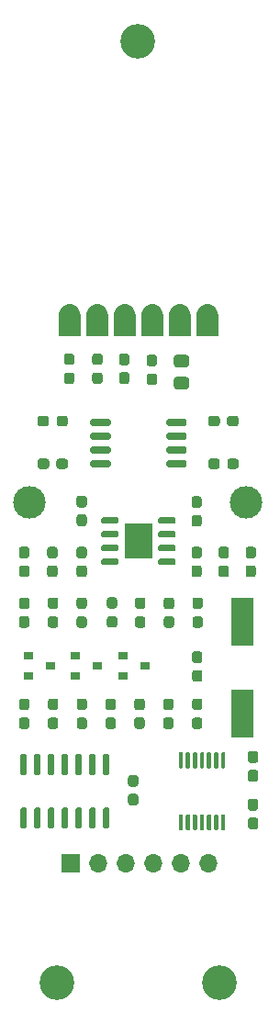
<source format=gts>
G04 #@! TF.GenerationSoftware,KiCad,Pcbnew,(5.1.10)-1*
G04 #@! TF.CreationDate,2021-11-26T17:39:24+01:00*
G04 #@! TF.ProjectId,Transmitter,5472616e-736d-4697-9474-65722e6b6963,rev?*
G04 #@! TF.SameCoordinates,Original*
G04 #@! TF.FileFunction,Soldermask,Top*
G04 #@! TF.FilePolarity,Negative*
%FSLAX46Y46*%
G04 Gerber Fmt 4.6, Leading zero omitted, Abs format (unit mm)*
G04 Created by KiCad (PCBNEW (5.1.10)-1) date 2021-11-26 17:39:24*
%MOMM*%
%LPD*%
G01*
G04 APERTURE LIST*
%ADD10C,3.200000*%
%ADD11R,2.000000X4.500000*%
%ADD12R,2.514000X3.200000*%
%ADD13C,0.100000*%
%ADD14R,0.900000X0.800000*%
%ADD15C,3.000000*%
%ADD16O,1.700000X1.700000*%
%ADD17R,1.700000X1.700000*%
G04 APERTURE END LIST*
D10*
X143000000Y-45500000D03*
X150500000Y-132250000D03*
X135500000Y-132250000D03*
G36*
G01*
X146549999Y-76450000D02*
X147450001Y-76450000D01*
G75*
G02*
X147700000Y-76699999I0J-249999D01*
G01*
X147700000Y-77350001D01*
G75*
G02*
X147450001Y-77600000I-249999J0D01*
G01*
X146549999Y-77600000D01*
G75*
G02*
X146300000Y-77350001I0J249999D01*
G01*
X146300000Y-76699999D01*
G75*
G02*
X146549999Y-76450000I249999J0D01*
G01*
G37*
G36*
G01*
X146549999Y-74400000D02*
X147450001Y-74400000D01*
G75*
G02*
X147700000Y-74649999I0J-249999D01*
G01*
X147700000Y-75300001D01*
G75*
G02*
X147450001Y-75550000I-249999J0D01*
G01*
X146549999Y-75550000D01*
G75*
G02*
X146300000Y-75300001I0J249999D01*
G01*
X146300000Y-74649999D01*
G75*
G02*
X146549999Y-74400000I249999J0D01*
G01*
G37*
G36*
G01*
X135387500Y-97825000D02*
X134912500Y-97825000D01*
G75*
G02*
X134675000Y-97587500I0J237500D01*
G01*
X134675000Y-97012500D01*
G75*
G02*
X134912500Y-96775000I237500J0D01*
G01*
X135387500Y-96775000D01*
G75*
G02*
X135625000Y-97012500I0J-237500D01*
G01*
X135625000Y-97587500D01*
G75*
G02*
X135387500Y-97825000I-237500J0D01*
G01*
G37*
G36*
G01*
X135387500Y-99575000D02*
X134912500Y-99575000D01*
G75*
G02*
X134675000Y-99337500I0J237500D01*
G01*
X134675000Y-98762500D01*
G75*
G02*
X134912500Y-98525000I237500J0D01*
G01*
X135387500Y-98525000D01*
G75*
G02*
X135625000Y-98762500I0J-237500D01*
G01*
X135625000Y-99337500D01*
G75*
G02*
X135387500Y-99575000I-237500J0D01*
G01*
G37*
G36*
G01*
X153162500Y-93825000D02*
X153637500Y-93825000D01*
G75*
G02*
X153875000Y-94062500I0J-237500D01*
G01*
X153875000Y-94662500D01*
G75*
G02*
X153637500Y-94900000I-237500J0D01*
G01*
X153162500Y-94900000D01*
G75*
G02*
X152925000Y-94662500I0J237500D01*
G01*
X152925000Y-94062500D01*
G75*
G02*
X153162500Y-93825000I237500J0D01*
G01*
G37*
G36*
G01*
X153162500Y-92100000D02*
X153637500Y-92100000D01*
G75*
G02*
X153875000Y-92337500I0J-237500D01*
G01*
X153875000Y-92937500D01*
G75*
G02*
X153637500Y-93175000I-237500J0D01*
G01*
X153162500Y-93175000D01*
G75*
G02*
X152925000Y-92937500I0J237500D01*
G01*
X152925000Y-92337500D01*
G75*
G02*
X153162500Y-92100000I237500J0D01*
G01*
G37*
D11*
X152650000Y-99000000D03*
X152650000Y-107500000D03*
G36*
G01*
X139580499Y-89845000D02*
X139580499Y-89545000D01*
G75*
G02*
X139730499Y-89395000I150000J0D01*
G01*
X141055499Y-89395000D01*
G75*
G02*
X141205499Y-89545000I0J-150000D01*
G01*
X141205499Y-89845000D01*
G75*
G02*
X141055499Y-89995000I-150000J0D01*
G01*
X139730499Y-89995000D01*
G75*
G02*
X139580499Y-89845000I0J150000D01*
G01*
G37*
G36*
G01*
X139580499Y-91115000D02*
X139580499Y-90815000D01*
G75*
G02*
X139730499Y-90665000I150000J0D01*
G01*
X141055499Y-90665000D01*
G75*
G02*
X141205499Y-90815000I0J-150000D01*
G01*
X141205499Y-91115000D01*
G75*
G02*
X141055499Y-91265000I-150000J0D01*
G01*
X139730499Y-91265000D01*
G75*
G02*
X139580499Y-91115000I0J150000D01*
G01*
G37*
G36*
G01*
X139580499Y-92385000D02*
X139580499Y-92085000D01*
G75*
G02*
X139730499Y-91935000I150000J0D01*
G01*
X141055499Y-91935000D01*
G75*
G02*
X141205499Y-92085000I0J-150000D01*
G01*
X141205499Y-92385000D01*
G75*
G02*
X141055499Y-92535000I-150000J0D01*
G01*
X139730499Y-92535000D01*
G75*
G02*
X139580499Y-92385000I0J150000D01*
G01*
G37*
G36*
G01*
X139580499Y-93655000D02*
X139580499Y-93355000D01*
G75*
G02*
X139730499Y-93205000I150000J0D01*
G01*
X141055499Y-93205000D01*
G75*
G02*
X141205499Y-93355000I0J-150000D01*
G01*
X141205499Y-93655000D01*
G75*
G02*
X141055499Y-93805000I-150000J0D01*
G01*
X139730499Y-93805000D01*
G75*
G02*
X139580499Y-93655000I0J150000D01*
G01*
G37*
G36*
G01*
X144855499Y-93655000D02*
X144855499Y-93355000D01*
G75*
G02*
X145005499Y-93205000I150000J0D01*
G01*
X146330499Y-93205000D01*
G75*
G02*
X146480499Y-93355000I0J-150000D01*
G01*
X146480499Y-93655000D01*
G75*
G02*
X146330499Y-93805000I-150000J0D01*
G01*
X145005499Y-93805000D01*
G75*
G02*
X144855499Y-93655000I0J150000D01*
G01*
G37*
G36*
G01*
X144855499Y-92385000D02*
X144855499Y-92085000D01*
G75*
G02*
X145005499Y-91935000I150000J0D01*
G01*
X146330499Y-91935000D01*
G75*
G02*
X146480499Y-92085000I0J-150000D01*
G01*
X146480499Y-92385000D01*
G75*
G02*
X146330499Y-92535000I-150000J0D01*
G01*
X145005499Y-92535000D01*
G75*
G02*
X144855499Y-92385000I0J150000D01*
G01*
G37*
G36*
G01*
X144855499Y-91115000D02*
X144855499Y-90815000D01*
G75*
G02*
X145005499Y-90665000I150000J0D01*
G01*
X146330499Y-90665000D01*
G75*
G02*
X146480499Y-90815000I0J-150000D01*
G01*
X146480499Y-91115000D01*
G75*
G02*
X146330499Y-91265000I-150000J0D01*
G01*
X145005499Y-91265000D01*
G75*
G02*
X144855499Y-91115000I0J150000D01*
G01*
G37*
G36*
G01*
X144855499Y-89845000D02*
X144855499Y-89545000D01*
G75*
G02*
X145005499Y-89395000I150000J0D01*
G01*
X146330499Y-89395000D01*
G75*
G02*
X146480499Y-89545000I0J-150000D01*
G01*
X146480499Y-89845000D01*
G75*
G02*
X146330499Y-89995000I-150000J0D01*
G01*
X145005499Y-89995000D01*
G75*
G02*
X144855499Y-89845000I0J150000D01*
G01*
G37*
D12*
X143030499Y-91600000D03*
G36*
G01*
X145580499Y-80795000D02*
X145580499Y-80495000D01*
G75*
G02*
X145730499Y-80345000I150000J0D01*
G01*
X147330499Y-80345000D01*
G75*
G02*
X147480499Y-80495000I0J-150000D01*
G01*
X147480499Y-80795000D01*
G75*
G02*
X147330499Y-80945000I-150000J0D01*
G01*
X145730499Y-80945000D01*
G75*
G02*
X145580499Y-80795000I0J150000D01*
G01*
G37*
G36*
G01*
X145580499Y-82065000D02*
X145580499Y-81765000D01*
G75*
G02*
X145730499Y-81615000I150000J0D01*
G01*
X147330499Y-81615000D01*
G75*
G02*
X147480499Y-81765000I0J-150000D01*
G01*
X147480499Y-82065000D01*
G75*
G02*
X147330499Y-82215000I-150000J0D01*
G01*
X145730499Y-82215000D01*
G75*
G02*
X145580499Y-82065000I0J150000D01*
G01*
G37*
G36*
G01*
X145580499Y-83335000D02*
X145580499Y-83035000D01*
G75*
G02*
X145730499Y-82885000I150000J0D01*
G01*
X147330499Y-82885000D01*
G75*
G02*
X147480499Y-83035000I0J-150000D01*
G01*
X147480499Y-83335000D01*
G75*
G02*
X147330499Y-83485000I-150000J0D01*
G01*
X145730499Y-83485000D01*
G75*
G02*
X145580499Y-83335000I0J150000D01*
G01*
G37*
G36*
G01*
X145580499Y-84605000D02*
X145580499Y-84305000D01*
G75*
G02*
X145730499Y-84155000I150000J0D01*
G01*
X147330499Y-84155000D01*
G75*
G02*
X147480499Y-84305000I0J-150000D01*
G01*
X147480499Y-84605000D01*
G75*
G02*
X147330499Y-84755000I-150000J0D01*
G01*
X145730499Y-84755000D01*
G75*
G02*
X145580499Y-84605000I0J150000D01*
G01*
G37*
G36*
G01*
X138580499Y-84605000D02*
X138580499Y-84305000D01*
G75*
G02*
X138730499Y-84155000I150000J0D01*
G01*
X140330499Y-84155000D01*
G75*
G02*
X140480499Y-84305000I0J-150000D01*
G01*
X140480499Y-84605000D01*
G75*
G02*
X140330499Y-84755000I-150000J0D01*
G01*
X138730499Y-84755000D01*
G75*
G02*
X138580499Y-84605000I0J150000D01*
G01*
G37*
G36*
G01*
X138580499Y-83335000D02*
X138580499Y-83035000D01*
G75*
G02*
X138730499Y-82885000I150000J0D01*
G01*
X140330499Y-82885000D01*
G75*
G02*
X140480499Y-83035000I0J-150000D01*
G01*
X140480499Y-83335000D01*
G75*
G02*
X140330499Y-83485000I-150000J0D01*
G01*
X138730499Y-83485000D01*
G75*
G02*
X138580499Y-83335000I0J150000D01*
G01*
G37*
G36*
G01*
X138580499Y-82065000D02*
X138580499Y-81765000D01*
G75*
G02*
X138730499Y-81615000I150000J0D01*
G01*
X140330499Y-81615000D01*
G75*
G02*
X140480499Y-81765000I0J-150000D01*
G01*
X140480499Y-82065000D01*
G75*
G02*
X140330499Y-82215000I-150000J0D01*
G01*
X138730499Y-82215000D01*
G75*
G02*
X138580499Y-82065000I0J150000D01*
G01*
G37*
G36*
G01*
X138580499Y-80795000D02*
X138580499Y-80495000D01*
G75*
G02*
X138730499Y-80345000I150000J0D01*
G01*
X140330499Y-80345000D01*
G75*
G02*
X140480499Y-80495000I0J-150000D01*
G01*
X140480499Y-80795000D01*
G75*
G02*
X140330499Y-80945000I-150000J0D01*
G01*
X138730499Y-80945000D01*
G75*
G02*
X138580499Y-80795000I0J150000D01*
G01*
G37*
G36*
G01*
X139910000Y-116150000D02*
X140210000Y-116150000D01*
G75*
G02*
X140360000Y-116300000I0J-150000D01*
G01*
X140360000Y-117950000D01*
G75*
G02*
X140210000Y-118100000I-150000J0D01*
G01*
X139910000Y-118100000D01*
G75*
G02*
X139760000Y-117950000I0J150000D01*
G01*
X139760000Y-116300000D01*
G75*
G02*
X139910000Y-116150000I150000J0D01*
G01*
G37*
G36*
G01*
X138640000Y-116150000D02*
X138940000Y-116150000D01*
G75*
G02*
X139090000Y-116300000I0J-150000D01*
G01*
X139090000Y-117950000D01*
G75*
G02*
X138940000Y-118100000I-150000J0D01*
G01*
X138640000Y-118100000D01*
G75*
G02*
X138490000Y-117950000I0J150000D01*
G01*
X138490000Y-116300000D01*
G75*
G02*
X138640000Y-116150000I150000J0D01*
G01*
G37*
G36*
G01*
X137370000Y-116150000D02*
X137670000Y-116150000D01*
G75*
G02*
X137820000Y-116300000I0J-150000D01*
G01*
X137820000Y-117950000D01*
G75*
G02*
X137670000Y-118100000I-150000J0D01*
G01*
X137370000Y-118100000D01*
G75*
G02*
X137220000Y-117950000I0J150000D01*
G01*
X137220000Y-116300000D01*
G75*
G02*
X137370000Y-116150000I150000J0D01*
G01*
G37*
G36*
G01*
X136100000Y-116150000D02*
X136400000Y-116150000D01*
G75*
G02*
X136550000Y-116300000I0J-150000D01*
G01*
X136550000Y-117950000D01*
G75*
G02*
X136400000Y-118100000I-150000J0D01*
G01*
X136100000Y-118100000D01*
G75*
G02*
X135950000Y-117950000I0J150000D01*
G01*
X135950000Y-116300000D01*
G75*
G02*
X136100000Y-116150000I150000J0D01*
G01*
G37*
G36*
G01*
X134830000Y-116150000D02*
X135130000Y-116150000D01*
G75*
G02*
X135280000Y-116300000I0J-150000D01*
G01*
X135280000Y-117950000D01*
G75*
G02*
X135130000Y-118100000I-150000J0D01*
G01*
X134830000Y-118100000D01*
G75*
G02*
X134680000Y-117950000I0J150000D01*
G01*
X134680000Y-116300000D01*
G75*
G02*
X134830000Y-116150000I150000J0D01*
G01*
G37*
G36*
G01*
X133560000Y-116150000D02*
X133860000Y-116150000D01*
G75*
G02*
X134010000Y-116300000I0J-150000D01*
G01*
X134010000Y-117950000D01*
G75*
G02*
X133860000Y-118100000I-150000J0D01*
G01*
X133560000Y-118100000D01*
G75*
G02*
X133410000Y-117950000I0J150000D01*
G01*
X133410000Y-116300000D01*
G75*
G02*
X133560000Y-116150000I150000J0D01*
G01*
G37*
G36*
G01*
X132290000Y-116150000D02*
X132590000Y-116150000D01*
G75*
G02*
X132740000Y-116300000I0J-150000D01*
G01*
X132740000Y-117950000D01*
G75*
G02*
X132590000Y-118100000I-150000J0D01*
G01*
X132290000Y-118100000D01*
G75*
G02*
X132140000Y-117950000I0J150000D01*
G01*
X132140000Y-116300000D01*
G75*
G02*
X132290000Y-116150000I150000J0D01*
G01*
G37*
G36*
G01*
X132290000Y-111200000D02*
X132590000Y-111200000D01*
G75*
G02*
X132740000Y-111350000I0J-150000D01*
G01*
X132740000Y-113000000D01*
G75*
G02*
X132590000Y-113150000I-150000J0D01*
G01*
X132290000Y-113150000D01*
G75*
G02*
X132140000Y-113000000I0J150000D01*
G01*
X132140000Y-111350000D01*
G75*
G02*
X132290000Y-111200000I150000J0D01*
G01*
G37*
G36*
G01*
X133560000Y-111200000D02*
X133860000Y-111200000D01*
G75*
G02*
X134010000Y-111350000I0J-150000D01*
G01*
X134010000Y-113000000D01*
G75*
G02*
X133860000Y-113150000I-150000J0D01*
G01*
X133560000Y-113150000D01*
G75*
G02*
X133410000Y-113000000I0J150000D01*
G01*
X133410000Y-111350000D01*
G75*
G02*
X133560000Y-111200000I150000J0D01*
G01*
G37*
G36*
G01*
X134830000Y-111200000D02*
X135130000Y-111200000D01*
G75*
G02*
X135280000Y-111350000I0J-150000D01*
G01*
X135280000Y-113000000D01*
G75*
G02*
X135130000Y-113150000I-150000J0D01*
G01*
X134830000Y-113150000D01*
G75*
G02*
X134680000Y-113000000I0J150000D01*
G01*
X134680000Y-111350000D01*
G75*
G02*
X134830000Y-111200000I150000J0D01*
G01*
G37*
G36*
G01*
X136100000Y-111200000D02*
X136400000Y-111200000D01*
G75*
G02*
X136550000Y-111350000I0J-150000D01*
G01*
X136550000Y-113000000D01*
G75*
G02*
X136400000Y-113150000I-150000J0D01*
G01*
X136100000Y-113150000D01*
G75*
G02*
X135950000Y-113000000I0J150000D01*
G01*
X135950000Y-111350000D01*
G75*
G02*
X136100000Y-111200000I150000J0D01*
G01*
G37*
G36*
G01*
X137370000Y-111200000D02*
X137670000Y-111200000D01*
G75*
G02*
X137820000Y-111350000I0J-150000D01*
G01*
X137820000Y-113000000D01*
G75*
G02*
X137670000Y-113150000I-150000J0D01*
G01*
X137370000Y-113150000D01*
G75*
G02*
X137220000Y-113000000I0J150000D01*
G01*
X137220000Y-111350000D01*
G75*
G02*
X137370000Y-111200000I150000J0D01*
G01*
G37*
G36*
G01*
X138640000Y-111200000D02*
X138940000Y-111200000D01*
G75*
G02*
X139090000Y-111350000I0J-150000D01*
G01*
X139090000Y-113000000D01*
G75*
G02*
X138940000Y-113150000I-150000J0D01*
G01*
X138640000Y-113150000D01*
G75*
G02*
X138490000Y-113000000I0J150000D01*
G01*
X138490000Y-111350000D01*
G75*
G02*
X138640000Y-111200000I150000J0D01*
G01*
G37*
G36*
G01*
X139910000Y-111200000D02*
X140210000Y-111200000D01*
G75*
G02*
X140360000Y-111350000I0J-150000D01*
G01*
X140360000Y-113000000D01*
G75*
G02*
X140210000Y-113150000I-150000J0D01*
G01*
X139910000Y-113150000D01*
G75*
G02*
X139760000Y-113000000I0J150000D01*
G01*
X139760000Y-111350000D01*
G75*
G02*
X139910000Y-111200000I150000J0D01*
G01*
G37*
D13*
G36*
X135681000Y-72717000D02*
G01*
X135681000Y-70717000D01*
X135682205Y-70717000D01*
X135682205Y-70667932D01*
X135691823Y-70570270D01*
X135710969Y-70474020D01*
X135739456Y-70380110D01*
X135777011Y-70289445D01*
X135823271Y-70202897D01*
X135877792Y-70121301D01*
X135940049Y-70045441D01*
X136009441Y-69976049D01*
X136085301Y-69913792D01*
X136166897Y-69859271D01*
X136253445Y-69813011D01*
X136344110Y-69775456D01*
X136438020Y-69746969D01*
X136534270Y-69727823D01*
X136631932Y-69718205D01*
X136730068Y-69718205D01*
X136827730Y-69727823D01*
X136923980Y-69746969D01*
X137017890Y-69775456D01*
X137108555Y-69813011D01*
X137195103Y-69859271D01*
X137276699Y-69913792D01*
X137352559Y-69976049D01*
X137421951Y-70045441D01*
X137484208Y-70121301D01*
X137538729Y-70202897D01*
X137584989Y-70289445D01*
X137622544Y-70380110D01*
X137651031Y-70474020D01*
X137670177Y-70570270D01*
X137679795Y-70667932D01*
X137679795Y-70717000D01*
X137681000Y-70717000D01*
X137681000Y-72717000D01*
X135681000Y-72717000D01*
G37*
G36*
X138221000Y-72717000D02*
G01*
X138221000Y-70717000D01*
X138222205Y-70717000D01*
X138222205Y-70667932D01*
X138231823Y-70570270D01*
X138250969Y-70474020D01*
X138279456Y-70380110D01*
X138317011Y-70289445D01*
X138363271Y-70202897D01*
X138417792Y-70121301D01*
X138480049Y-70045441D01*
X138549441Y-69976049D01*
X138625301Y-69913792D01*
X138706897Y-69859271D01*
X138793445Y-69813011D01*
X138884110Y-69775456D01*
X138978020Y-69746969D01*
X139074270Y-69727823D01*
X139171932Y-69718205D01*
X139270068Y-69718205D01*
X139367730Y-69727823D01*
X139463980Y-69746969D01*
X139557890Y-69775456D01*
X139648555Y-69813011D01*
X139735103Y-69859271D01*
X139816699Y-69913792D01*
X139892559Y-69976049D01*
X139961951Y-70045441D01*
X140024208Y-70121301D01*
X140078729Y-70202897D01*
X140124989Y-70289445D01*
X140162544Y-70380110D01*
X140191031Y-70474020D01*
X140210177Y-70570270D01*
X140219795Y-70667932D01*
X140219795Y-70717000D01*
X140221000Y-70717000D01*
X140221000Y-72717000D01*
X138221000Y-72717000D01*
G37*
G36*
X140761000Y-72717000D02*
G01*
X140761000Y-70717000D01*
X140762205Y-70717000D01*
X140762205Y-70667932D01*
X140771823Y-70570270D01*
X140790969Y-70474020D01*
X140819456Y-70380110D01*
X140857011Y-70289445D01*
X140903271Y-70202897D01*
X140957792Y-70121301D01*
X141020049Y-70045441D01*
X141089441Y-69976049D01*
X141165301Y-69913792D01*
X141246897Y-69859271D01*
X141333445Y-69813011D01*
X141424110Y-69775456D01*
X141518020Y-69746969D01*
X141614270Y-69727823D01*
X141711932Y-69718205D01*
X141810068Y-69718205D01*
X141907730Y-69727823D01*
X142003980Y-69746969D01*
X142097890Y-69775456D01*
X142188555Y-69813011D01*
X142275103Y-69859271D01*
X142356699Y-69913792D01*
X142432559Y-69976049D01*
X142501951Y-70045441D01*
X142564208Y-70121301D01*
X142618729Y-70202897D01*
X142664989Y-70289445D01*
X142702544Y-70380110D01*
X142731031Y-70474020D01*
X142750177Y-70570270D01*
X142759795Y-70667932D01*
X142759795Y-70717000D01*
X142761000Y-70717000D01*
X142761000Y-72717000D01*
X140761000Y-72717000D01*
G37*
G36*
X143301000Y-72717000D02*
G01*
X143301000Y-70717000D01*
X143302205Y-70717000D01*
X143302205Y-70667932D01*
X143311823Y-70570270D01*
X143330969Y-70474020D01*
X143359456Y-70380110D01*
X143397011Y-70289445D01*
X143443271Y-70202897D01*
X143497792Y-70121301D01*
X143560049Y-70045441D01*
X143629441Y-69976049D01*
X143705301Y-69913792D01*
X143786897Y-69859271D01*
X143873445Y-69813011D01*
X143964110Y-69775456D01*
X144058020Y-69746969D01*
X144154270Y-69727823D01*
X144251932Y-69718205D01*
X144350068Y-69718205D01*
X144447730Y-69727823D01*
X144543980Y-69746969D01*
X144637890Y-69775456D01*
X144728555Y-69813011D01*
X144815103Y-69859271D01*
X144896699Y-69913792D01*
X144972559Y-69976049D01*
X145041951Y-70045441D01*
X145104208Y-70121301D01*
X145158729Y-70202897D01*
X145204989Y-70289445D01*
X145242544Y-70380110D01*
X145271031Y-70474020D01*
X145290177Y-70570270D01*
X145299795Y-70667932D01*
X145299795Y-70717000D01*
X145301000Y-70717000D01*
X145301000Y-72717000D01*
X143301000Y-72717000D01*
G37*
G36*
X145841000Y-72717000D02*
G01*
X145841000Y-70717000D01*
X145842205Y-70717000D01*
X145842205Y-70667932D01*
X145851823Y-70570270D01*
X145870969Y-70474020D01*
X145899456Y-70380110D01*
X145937011Y-70289445D01*
X145983271Y-70202897D01*
X146037792Y-70121301D01*
X146100049Y-70045441D01*
X146169441Y-69976049D01*
X146245301Y-69913792D01*
X146326897Y-69859271D01*
X146413445Y-69813011D01*
X146504110Y-69775456D01*
X146598020Y-69746969D01*
X146694270Y-69727823D01*
X146791932Y-69718205D01*
X146890068Y-69718205D01*
X146987730Y-69727823D01*
X147083980Y-69746969D01*
X147177890Y-69775456D01*
X147268555Y-69813011D01*
X147355103Y-69859271D01*
X147436699Y-69913792D01*
X147512559Y-69976049D01*
X147581951Y-70045441D01*
X147644208Y-70121301D01*
X147698729Y-70202897D01*
X147744989Y-70289445D01*
X147782544Y-70380110D01*
X147811031Y-70474020D01*
X147830177Y-70570270D01*
X147839795Y-70667932D01*
X147839795Y-70717000D01*
X147841000Y-70717000D01*
X147841000Y-72717000D01*
X145841000Y-72717000D01*
G37*
G36*
X148381000Y-72717000D02*
G01*
X148381000Y-70717000D01*
X148382205Y-70717000D01*
X148382205Y-70667932D01*
X148391823Y-70570270D01*
X148410969Y-70474020D01*
X148439456Y-70380110D01*
X148477011Y-70289445D01*
X148523271Y-70202897D01*
X148577792Y-70121301D01*
X148640049Y-70045441D01*
X148709441Y-69976049D01*
X148785301Y-69913792D01*
X148866897Y-69859271D01*
X148953445Y-69813011D01*
X149044110Y-69775456D01*
X149138020Y-69746969D01*
X149234270Y-69727823D01*
X149331932Y-69718205D01*
X149430068Y-69718205D01*
X149527730Y-69727823D01*
X149623980Y-69746969D01*
X149717890Y-69775456D01*
X149808555Y-69813011D01*
X149895103Y-69859271D01*
X149976699Y-69913792D01*
X150052559Y-69976049D01*
X150121951Y-70045441D01*
X150184208Y-70121301D01*
X150238729Y-70202897D01*
X150284989Y-70289445D01*
X150322544Y-70380110D01*
X150351031Y-70474020D01*
X150370177Y-70570270D01*
X150379795Y-70667932D01*
X150379795Y-70717000D01*
X150381000Y-70717000D01*
X150381000Y-72717000D01*
X148381000Y-72717000D01*
G37*
G36*
G01*
X150750000Y-116775000D02*
X150950000Y-116775000D01*
G75*
G02*
X151050000Y-116875000I0J-100000D01*
G01*
X151050000Y-118150000D01*
G75*
G02*
X150950000Y-118250000I-100000J0D01*
G01*
X150750000Y-118250000D01*
G75*
G02*
X150650000Y-118150000I0J100000D01*
G01*
X150650000Y-116875000D01*
G75*
G02*
X150750000Y-116775000I100000J0D01*
G01*
G37*
G36*
G01*
X150100000Y-116775000D02*
X150300000Y-116775000D01*
G75*
G02*
X150400000Y-116875000I0J-100000D01*
G01*
X150400000Y-118150000D01*
G75*
G02*
X150300000Y-118250000I-100000J0D01*
G01*
X150100000Y-118250000D01*
G75*
G02*
X150000000Y-118150000I0J100000D01*
G01*
X150000000Y-116875000D01*
G75*
G02*
X150100000Y-116775000I100000J0D01*
G01*
G37*
G36*
G01*
X149450000Y-116775000D02*
X149650000Y-116775000D01*
G75*
G02*
X149750000Y-116875000I0J-100000D01*
G01*
X149750000Y-118150000D01*
G75*
G02*
X149650000Y-118250000I-100000J0D01*
G01*
X149450000Y-118250000D01*
G75*
G02*
X149350000Y-118150000I0J100000D01*
G01*
X149350000Y-116875000D01*
G75*
G02*
X149450000Y-116775000I100000J0D01*
G01*
G37*
G36*
G01*
X148800000Y-116775000D02*
X149000000Y-116775000D01*
G75*
G02*
X149100000Y-116875000I0J-100000D01*
G01*
X149100000Y-118150000D01*
G75*
G02*
X149000000Y-118250000I-100000J0D01*
G01*
X148800000Y-118250000D01*
G75*
G02*
X148700000Y-118150000I0J100000D01*
G01*
X148700000Y-116875000D01*
G75*
G02*
X148800000Y-116775000I100000J0D01*
G01*
G37*
G36*
G01*
X148150000Y-116775000D02*
X148350000Y-116775000D01*
G75*
G02*
X148450000Y-116875000I0J-100000D01*
G01*
X148450000Y-118150000D01*
G75*
G02*
X148350000Y-118250000I-100000J0D01*
G01*
X148150000Y-118250000D01*
G75*
G02*
X148050000Y-118150000I0J100000D01*
G01*
X148050000Y-116875000D01*
G75*
G02*
X148150000Y-116775000I100000J0D01*
G01*
G37*
G36*
G01*
X147500000Y-116775000D02*
X147700000Y-116775000D01*
G75*
G02*
X147800000Y-116875000I0J-100000D01*
G01*
X147800000Y-118150000D01*
G75*
G02*
X147700000Y-118250000I-100000J0D01*
G01*
X147500000Y-118250000D01*
G75*
G02*
X147400000Y-118150000I0J100000D01*
G01*
X147400000Y-116875000D01*
G75*
G02*
X147500000Y-116775000I100000J0D01*
G01*
G37*
G36*
G01*
X146850000Y-116775000D02*
X147050000Y-116775000D01*
G75*
G02*
X147150000Y-116875000I0J-100000D01*
G01*
X147150000Y-118150000D01*
G75*
G02*
X147050000Y-118250000I-100000J0D01*
G01*
X146850000Y-118250000D01*
G75*
G02*
X146750000Y-118150000I0J100000D01*
G01*
X146750000Y-116875000D01*
G75*
G02*
X146850000Y-116775000I100000J0D01*
G01*
G37*
G36*
G01*
X146850000Y-111050000D02*
X147050000Y-111050000D01*
G75*
G02*
X147150000Y-111150000I0J-100000D01*
G01*
X147150000Y-112425000D01*
G75*
G02*
X147050000Y-112525000I-100000J0D01*
G01*
X146850000Y-112525000D01*
G75*
G02*
X146750000Y-112425000I0J100000D01*
G01*
X146750000Y-111150000D01*
G75*
G02*
X146850000Y-111050000I100000J0D01*
G01*
G37*
G36*
G01*
X147500000Y-111050000D02*
X147700000Y-111050000D01*
G75*
G02*
X147800000Y-111150000I0J-100000D01*
G01*
X147800000Y-112425000D01*
G75*
G02*
X147700000Y-112525000I-100000J0D01*
G01*
X147500000Y-112525000D01*
G75*
G02*
X147400000Y-112425000I0J100000D01*
G01*
X147400000Y-111150000D01*
G75*
G02*
X147500000Y-111050000I100000J0D01*
G01*
G37*
G36*
G01*
X148150000Y-111050000D02*
X148350000Y-111050000D01*
G75*
G02*
X148450000Y-111150000I0J-100000D01*
G01*
X148450000Y-112425000D01*
G75*
G02*
X148350000Y-112525000I-100000J0D01*
G01*
X148150000Y-112525000D01*
G75*
G02*
X148050000Y-112425000I0J100000D01*
G01*
X148050000Y-111150000D01*
G75*
G02*
X148150000Y-111050000I100000J0D01*
G01*
G37*
G36*
G01*
X148800000Y-111050000D02*
X149000000Y-111050000D01*
G75*
G02*
X149100000Y-111150000I0J-100000D01*
G01*
X149100000Y-112425000D01*
G75*
G02*
X149000000Y-112525000I-100000J0D01*
G01*
X148800000Y-112525000D01*
G75*
G02*
X148700000Y-112425000I0J100000D01*
G01*
X148700000Y-111150000D01*
G75*
G02*
X148800000Y-111050000I100000J0D01*
G01*
G37*
G36*
G01*
X149450000Y-111050000D02*
X149650000Y-111050000D01*
G75*
G02*
X149750000Y-111150000I0J-100000D01*
G01*
X149750000Y-112425000D01*
G75*
G02*
X149650000Y-112525000I-100000J0D01*
G01*
X149450000Y-112525000D01*
G75*
G02*
X149350000Y-112425000I0J100000D01*
G01*
X149350000Y-111150000D01*
G75*
G02*
X149450000Y-111050000I100000J0D01*
G01*
G37*
G36*
G01*
X150100000Y-111050000D02*
X150300000Y-111050000D01*
G75*
G02*
X150400000Y-111150000I0J-100000D01*
G01*
X150400000Y-112425000D01*
G75*
G02*
X150300000Y-112525000I-100000J0D01*
G01*
X150100000Y-112525000D01*
G75*
G02*
X150000000Y-112425000I0J100000D01*
G01*
X150000000Y-111150000D01*
G75*
G02*
X150100000Y-111050000I100000J0D01*
G01*
G37*
G36*
G01*
X150750000Y-111050000D02*
X150950000Y-111050000D01*
G75*
G02*
X151050000Y-111150000I0J-100000D01*
G01*
X151050000Y-112425000D01*
G75*
G02*
X150950000Y-112525000I-100000J0D01*
G01*
X150750000Y-112525000D01*
G75*
G02*
X150650000Y-112425000I0J100000D01*
G01*
X150650000Y-111150000D01*
G75*
G02*
X150750000Y-111050000I100000J0D01*
G01*
G37*
G36*
G01*
X148737500Y-97825000D02*
X148262500Y-97825000D01*
G75*
G02*
X148025000Y-97587500I0J237500D01*
G01*
X148025000Y-97012500D01*
G75*
G02*
X148262500Y-96775000I237500J0D01*
G01*
X148737500Y-96775000D01*
G75*
G02*
X148975000Y-97012500I0J-237500D01*
G01*
X148975000Y-97587500D01*
G75*
G02*
X148737500Y-97825000I-237500J0D01*
G01*
G37*
G36*
G01*
X148737500Y-99575000D02*
X148262500Y-99575000D01*
G75*
G02*
X148025000Y-99337500I0J237500D01*
G01*
X148025000Y-98762500D01*
G75*
G02*
X148262500Y-98525000I237500J0D01*
G01*
X148737500Y-98525000D01*
G75*
G02*
X148975000Y-98762500I0J-237500D01*
G01*
X148975000Y-99337500D01*
G75*
G02*
X148737500Y-99575000I-237500J0D01*
G01*
G37*
G36*
G01*
X140362500Y-98500000D02*
X140837500Y-98500000D01*
G75*
G02*
X141075000Y-98737500I0J-237500D01*
G01*
X141075000Y-99312500D01*
G75*
G02*
X140837500Y-99550000I-237500J0D01*
G01*
X140362500Y-99550000D01*
G75*
G02*
X140125000Y-99312500I0J237500D01*
G01*
X140125000Y-98737500D01*
G75*
G02*
X140362500Y-98500000I237500J0D01*
G01*
G37*
G36*
G01*
X140362500Y-96750000D02*
X140837500Y-96750000D01*
G75*
G02*
X141075000Y-96987500I0J-237500D01*
G01*
X141075000Y-97562500D01*
G75*
G02*
X140837500Y-97800000I-237500J0D01*
G01*
X140362500Y-97800000D01*
G75*
G02*
X140125000Y-97562500I0J237500D01*
G01*
X140125000Y-96987500D01*
G75*
G02*
X140362500Y-96750000I237500J0D01*
G01*
G37*
G36*
G01*
X143437500Y-97825000D02*
X142962500Y-97825000D01*
G75*
G02*
X142725000Y-97587500I0J237500D01*
G01*
X142725000Y-97012500D01*
G75*
G02*
X142962500Y-96775000I237500J0D01*
G01*
X143437500Y-96775000D01*
G75*
G02*
X143675000Y-97012500I0J-237500D01*
G01*
X143675000Y-97587500D01*
G75*
G02*
X143437500Y-97825000I-237500J0D01*
G01*
G37*
G36*
G01*
X143437500Y-99575000D02*
X142962500Y-99575000D01*
G75*
G02*
X142725000Y-99337500I0J237500D01*
G01*
X142725000Y-98762500D01*
G75*
G02*
X142962500Y-98525000I237500J0D01*
G01*
X143437500Y-98525000D01*
G75*
G02*
X143675000Y-98762500I0J-237500D01*
G01*
X143675000Y-99337500D01*
G75*
G02*
X143437500Y-99575000I-237500J0D01*
G01*
G37*
G36*
G01*
X138037500Y-97825000D02*
X137562500Y-97825000D01*
G75*
G02*
X137325000Y-97587500I0J237500D01*
G01*
X137325000Y-97012500D01*
G75*
G02*
X137562500Y-96775000I237500J0D01*
G01*
X138037500Y-96775000D01*
G75*
G02*
X138275000Y-97012500I0J-237500D01*
G01*
X138275000Y-97587500D01*
G75*
G02*
X138037500Y-97825000I-237500J0D01*
G01*
G37*
G36*
G01*
X138037500Y-99575000D02*
X137562500Y-99575000D01*
G75*
G02*
X137325000Y-99337500I0J237500D01*
G01*
X137325000Y-98762500D01*
G75*
G02*
X137562500Y-98525000I237500J0D01*
G01*
X138037500Y-98525000D01*
G75*
G02*
X138275000Y-98762500I0J-237500D01*
G01*
X138275000Y-99337500D01*
G75*
G02*
X138037500Y-99575000I-237500J0D01*
G01*
G37*
G36*
G01*
X137579166Y-107850000D02*
X138054166Y-107850000D01*
G75*
G02*
X138291666Y-108087500I0J-237500D01*
G01*
X138291666Y-108662500D01*
G75*
G02*
X138054166Y-108900000I-237500J0D01*
G01*
X137579166Y-108900000D01*
G75*
G02*
X137341666Y-108662500I0J237500D01*
G01*
X137341666Y-108087500D01*
G75*
G02*
X137579166Y-107850000I237500J0D01*
G01*
G37*
G36*
G01*
X137579166Y-106100000D02*
X138054166Y-106100000D01*
G75*
G02*
X138291666Y-106337500I0J-237500D01*
G01*
X138291666Y-106912500D01*
G75*
G02*
X138054166Y-107150000I-237500J0D01*
G01*
X137579166Y-107150000D01*
G75*
G02*
X137341666Y-106912500I0J237500D01*
G01*
X137341666Y-106337500D01*
G75*
G02*
X137579166Y-106100000I237500J0D01*
G01*
G37*
G36*
G01*
X135395833Y-107150000D02*
X134920833Y-107150000D01*
G75*
G02*
X134683333Y-106912500I0J237500D01*
G01*
X134683333Y-106337500D01*
G75*
G02*
X134920833Y-106100000I237500J0D01*
G01*
X135395833Y-106100000D01*
G75*
G02*
X135633333Y-106337500I0J-237500D01*
G01*
X135633333Y-106912500D01*
G75*
G02*
X135395833Y-107150000I-237500J0D01*
G01*
G37*
G36*
G01*
X135395833Y-108900000D02*
X134920833Y-108900000D01*
G75*
G02*
X134683333Y-108662500I0J237500D01*
G01*
X134683333Y-108087500D01*
G75*
G02*
X134920833Y-107850000I237500J0D01*
G01*
X135395833Y-107850000D01*
G75*
G02*
X135633333Y-108087500I0J-237500D01*
G01*
X135633333Y-108662500D01*
G75*
G02*
X135395833Y-108900000I-237500J0D01*
G01*
G37*
G36*
G01*
X140237499Y-107850000D02*
X140712499Y-107850000D01*
G75*
G02*
X140949999Y-108087500I0J-237500D01*
G01*
X140949999Y-108662500D01*
G75*
G02*
X140712499Y-108900000I-237500J0D01*
G01*
X140237499Y-108900000D01*
G75*
G02*
X139999999Y-108662500I0J237500D01*
G01*
X139999999Y-108087500D01*
G75*
G02*
X140237499Y-107850000I237500J0D01*
G01*
G37*
G36*
G01*
X140237499Y-106100000D02*
X140712499Y-106100000D01*
G75*
G02*
X140949999Y-106337500I0J-237500D01*
G01*
X140949999Y-106912500D01*
G75*
G02*
X140712499Y-107150000I-237500J0D01*
G01*
X140237499Y-107150000D01*
G75*
G02*
X139999999Y-106912500I0J237500D01*
G01*
X139999999Y-106337500D01*
G75*
G02*
X140237499Y-106100000I237500J0D01*
G01*
G37*
G36*
G01*
X132737500Y-107150000D02*
X132262500Y-107150000D01*
G75*
G02*
X132025000Y-106912500I0J237500D01*
G01*
X132025000Y-106337500D01*
G75*
G02*
X132262500Y-106100000I237500J0D01*
G01*
X132737500Y-106100000D01*
G75*
G02*
X132975000Y-106337500I0J-237500D01*
G01*
X132975000Y-106912500D01*
G75*
G02*
X132737500Y-107150000I-237500J0D01*
G01*
G37*
G36*
G01*
X132737500Y-108900000D02*
X132262500Y-108900000D01*
G75*
G02*
X132025000Y-108662500I0J237500D01*
G01*
X132025000Y-108087500D01*
G75*
G02*
X132262500Y-107850000I237500J0D01*
G01*
X132737500Y-107850000D01*
G75*
G02*
X132975000Y-108087500I0J-237500D01*
G01*
X132975000Y-108662500D01*
G75*
G02*
X132737500Y-108900000I-237500J0D01*
G01*
G37*
G36*
G01*
X150526000Y-84217500D02*
X150526000Y-84692500D01*
G75*
G02*
X150288500Y-84930000I-237500J0D01*
G01*
X149713500Y-84930000D01*
G75*
G02*
X149476000Y-84692500I0J237500D01*
G01*
X149476000Y-84217500D01*
G75*
G02*
X149713500Y-83980000I237500J0D01*
G01*
X150288500Y-83980000D01*
G75*
G02*
X150526000Y-84217500I0J-237500D01*
G01*
G37*
G36*
G01*
X152276000Y-84217500D02*
X152276000Y-84692500D01*
G75*
G02*
X152038500Y-84930000I-237500J0D01*
G01*
X151463500Y-84930000D01*
G75*
G02*
X151226000Y-84692500I0J237500D01*
G01*
X151226000Y-84217500D01*
G75*
G02*
X151463500Y-83980000I237500J0D01*
G01*
X152038500Y-83980000D01*
G75*
G02*
X152276000Y-84217500I0J-237500D01*
G01*
G37*
G36*
G01*
X135478000Y-80755500D02*
X135478000Y-80280500D01*
G75*
G02*
X135715500Y-80043000I237500J0D01*
G01*
X136290500Y-80043000D01*
G75*
G02*
X136528000Y-80280500I0J-237500D01*
G01*
X136528000Y-80755500D01*
G75*
G02*
X136290500Y-80993000I-237500J0D01*
G01*
X135715500Y-80993000D01*
G75*
G02*
X135478000Y-80755500I0J237500D01*
G01*
G37*
G36*
G01*
X133728000Y-80755500D02*
X133728000Y-80280500D01*
G75*
G02*
X133965500Y-80043000I237500J0D01*
G01*
X134540500Y-80043000D01*
G75*
G02*
X134778000Y-80280500I0J-237500D01*
G01*
X134778000Y-80755500D01*
G75*
G02*
X134540500Y-80993000I-237500J0D01*
G01*
X133965500Y-80993000D01*
G75*
G02*
X133728000Y-80755500I0J237500D01*
G01*
G37*
G36*
G01*
X136414500Y-76042000D02*
X136889500Y-76042000D01*
G75*
G02*
X137127000Y-76279500I0J-237500D01*
G01*
X137127000Y-76854500D01*
G75*
G02*
X136889500Y-77092000I-237500J0D01*
G01*
X136414500Y-77092000D01*
G75*
G02*
X136177000Y-76854500I0J237500D01*
G01*
X136177000Y-76279500D01*
G75*
G02*
X136414500Y-76042000I237500J0D01*
G01*
G37*
G36*
G01*
X136414500Y-74292000D02*
X136889500Y-74292000D01*
G75*
G02*
X137127000Y-74529500I0J-237500D01*
G01*
X137127000Y-75104500D01*
G75*
G02*
X136889500Y-75342000I-237500J0D01*
G01*
X136414500Y-75342000D01*
G75*
G02*
X136177000Y-75104500I0J237500D01*
G01*
X136177000Y-74529500D01*
G75*
G02*
X136414500Y-74292000I237500J0D01*
G01*
G37*
G36*
G01*
X139487500Y-75342000D02*
X139012500Y-75342000D01*
G75*
G02*
X138775000Y-75104500I0J237500D01*
G01*
X138775000Y-74529500D01*
G75*
G02*
X139012500Y-74292000I237500J0D01*
G01*
X139487500Y-74292000D01*
G75*
G02*
X139725000Y-74529500I0J-237500D01*
G01*
X139725000Y-75104500D01*
G75*
G02*
X139487500Y-75342000I-237500J0D01*
G01*
G37*
G36*
G01*
X139487500Y-77092000D02*
X139012500Y-77092000D01*
G75*
G02*
X138775000Y-76854500I0J237500D01*
G01*
X138775000Y-76279500D01*
G75*
G02*
X139012500Y-76042000I237500J0D01*
G01*
X139487500Y-76042000D01*
G75*
G02*
X139725000Y-76279500I0J-237500D01*
G01*
X139725000Y-76854500D01*
G75*
G02*
X139487500Y-77092000I-237500J0D01*
G01*
G37*
G36*
G01*
X146029165Y-107150000D02*
X145554165Y-107150000D01*
G75*
G02*
X145316665Y-106912500I0J237500D01*
G01*
X145316665Y-106337500D01*
G75*
G02*
X145554165Y-106100000I237500J0D01*
G01*
X146029165Y-106100000D01*
G75*
G02*
X146266665Y-106337500I0J-237500D01*
G01*
X146266665Y-106912500D01*
G75*
G02*
X146029165Y-107150000I-237500J0D01*
G01*
G37*
G36*
G01*
X146029165Y-108900000D02*
X145554165Y-108900000D01*
G75*
G02*
X145316665Y-108662500I0J237500D01*
G01*
X145316665Y-108087500D01*
G75*
G02*
X145554165Y-107850000I237500J0D01*
G01*
X146029165Y-107850000D01*
G75*
G02*
X146266665Y-108087500I0J-237500D01*
G01*
X146266665Y-108662500D01*
G75*
G02*
X146029165Y-108900000I-237500J0D01*
G01*
G37*
G36*
G01*
X148687500Y-107150000D02*
X148212500Y-107150000D01*
G75*
G02*
X147975000Y-106912500I0J237500D01*
G01*
X147975000Y-106337500D01*
G75*
G02*
X148212500Y-106100000I237500J0D01*
G01*
X148687500Y-106100000D01*
G75*
G02*
X148925000Y-106337500I0J-237500D01*
G01*
X148925000Y-106912500D01*
G75*
G02*
X148687500Y-107150000I-237500J0D01*
G01*
G37*
G36*
G01*
X148687500Y-108900000D02*
X148212500Y-108900000D01*
G75*
G02*
X147975000Y-108662500I0J237500D01*
G01*
X147975000Y-108087500D01*
G75*
G02*
X148212500Y-107850000I237500J0D01*
G01*
X148687500Y-107850000D01*
G75*
G02*
X148925000Y-108087500I0J-237500D01*
G01*
X148925000Y-108662500D01*
G75*
G02*
X148687500Y-108900000I-237500J0D01*
G01*
G37*
D14*
X143650000Y-103100000D03*
X141650000Y-104050000D03*
X141650000Y-102150000D03*
X139250000Y-103100000D03*
X137250000Y-104050000D03*
X137250000Y-102150000D03*
X134900000Y-103100000D03*
X132900000Y-104050000D03*
X132900000Y-102150000D03*
D15*
X132950000Y-88000000D03*
X153000000Y-88000000D03*
D16*
X149500000Y-121300000D03*
X146960000Y-121300000D03*
X144420000Y-121300000D03*
X141880000Y-121300000D03*
X139340000Y-121300000D03*
D17*
X136800000Y-121300000D03*
G36*
G01*
X150662500Y-93825000D02*
X151137500Y-93825000D01*
G75*
G02*
X151375000Y-94062500I0J-237500D01*
G01*
X151375000Y-94662500D01*
G75*
G02*
X151137500Y-94900000I-237500J0D01*
G01*
X150662500Y-94900000D01*
G75*
G02*
X150425000Y-94662500I0J237500D01*
G01*
X150425000Y-94062500D01*
G75*
G02*
X150662500Y-93825000I237500J0D01*
G01*
G37*
G36*
G01*
X150662500Y-92100000D02*
X151137500Y-92100000D01*
G75*
G02*
X151375000Y-92337500I0J-237500D01*
G01*
X151375000Y-92937500D01*
G75*
G02*
X151137500Y-93175000I-237500J0D01*
G01*
X150662500Y-93175000D01*
G75*
G02*
X150425000Y-92937500I0J237500D01*
G01*
X150425000Y-92337500D01*
G75*
G02*
X150662500Y-92100000I237500J0D01*
G01*
G37*
G36*
G01*
X138037500Y-93175000D02*
X137562500Y-93175000D01*
G75*
G02*
X137325000Y-92937500I0J237500D01*
G01*
X137325000Y-92337500D01*
G75*
G02*
X137562500Y-92100000I237500J0D01*
G01*
X138037500Y-92100000D01*
G75*
G02*
X138275000Y-92337500I0J-237500D01*
G01*
X138275000Y-92937500D01*
G75*
G02*
X138037500Y-93175000I-237500J0D01*
G01*
G37*
G36*
G01*
X138037500Y-94900000D02*
X137562500Y-94900000D01*
G75*
G02*
X137325000Y-94662500I0J237500D01*
G01*
X137325000Y-94062500D01*
G75*
G02*
X137562500Y-93825000I237500J0D01*
G01*
X138037500Y-93825000D01*
G75*
G02*
X138275000Y-94062500I0J-237500D01*
G01*
X138275000Y-94662500D01*
G75*
G02*
X138037500Y-94900000I-237500J0D01*
G01*
G37*
G36*
G01*
X148637500Y-93175000D02*
X148162500Y-93175000D01*
G75*
G02*
X147925000Y-92937500I0J237500D01*
G01*
X147925000Y-92337500D01*
G75*
G02*
X148162500Y-92100000I237500J0D01*
G01*
X148637500Y-92100000D01*
G75*
G02*
X148875000Y-92337500I0J-237500D01*
G01*
X148875000Y-92937500D01*
G75*
G02*
X148637500Y-93175000I-237500J0D01*
G01*
G37*
G36*
G01*
X148637500Y-94900000D02*
X148162500Y-94900000D01*
G75*
G02*
X147925000Y-94662500I0J237500D01*
G01*
X147925000Y-94062500D01*
G75*
G02*
X148162500Y-93825000I237500J0D01*
G01*
X148637500Y-93825000D01*
G75*
G02*
X148875000Y-94062500I0J-237500D01*
G01*
X148875000Y-94662500D01*
G75*
G02*
X148637500Y-94900000I-237500J0D01*
G01*
G37*
G36*
G01*
X148162500Y-89175000D02*
X148637500Y-89175000D01*
G75*
G02*
X148875000Y-89412500I0J-237500D01*
G01*
X148875000Y-90012500D01*
G75*
G02*
X148637500Y-90250000I-237500J0D01*
G01*
X148162500Y-90250000D01*
G75*
G02*
X147925000Y-90012500I0J237500D01*
G01*
X147925000Y-89412500D01*
G75*
G02*
X148162500Y-89175000I237500J0D01*
G01*
G37*
G36*
G01*
X148162500Y-87450000D02*
X148637500Y-87450000D01*
G75*
G02*
X148875000Y-87687500I0J-237500D01*
G01*
X148875000Y-88287500D01*
G75*
G02*
X148637500Y-88525000I-237500J0D01*
G01*
X148162500Y-88525000D01*
G75*
G02*
X147925000Y-88287500I0J237500D01*
G01*
X147925000Y-87687500D01*
G75*
G02*
X148162500Y-87450000I237500J0D01*
G01*
G37*
G36*
G01*
X134862500Y-93825000D02*
X135337500Y-93825000D01*
G75*
G02*
X135575000Y-94062500I0J-237500D01*
G01*
X135575000Y-94662500D01*
G75*
G02*
X135337500Y-94900000I-237500J0D01*
G01*
X134862500Y-94900000D01*
G75*
G02*
X134625000Y-94662500I0J237500D01*
G01*
X134625000Y-94062500D01*
G75*
G02*
X134862500Y-93825000I237500J0D01*
G01*
G37*
G36*
G01*
X134862500Y-92100000D02*
X135337500Y-92100000D01*
G75*
G02*
X135575000Y-92337500I0J-237500D01*
G01*
X135575000Y-92937500D01*
G75*
G02*
X135337500Y-93175000I-237500J0D01*
G01*
X134862500Y-93175000D01*
G75*
G02*
X134625000Y-92937500I0J237500D01*
G01*
X134625000Y-92337500D01*
G75*
G02*
X134862500Y-92100000I237500J0D01*
G01*
G37*
G36*
G01*
X132262500Y-93825000D02*
X132737500Y-93825000D01*
G75*
G02*
X132975000Y-94062500I0J-237500D01*
G01*
X132975000Y-94662500D01*
G75*
G02*
X132737500Y-94900000I-237500J0D01*
G01*
X132262500Y-94900000D01*
G75*
G02*
X132025000Y-94662500I0J237500D01*
G01*
X132025000Y-94062500D01*
G75*
G02*
X132262500Y-93825000I237500J0D01*
G01*
G37*
G36*
G01*
X132262500Y-92100000D02*
X132737500Y-92100000D01*
G75*
G02*
X132975000Y-92337500I0J-237500D01*
G01*
X132975000Y-92937500D01*
G75*
G02*
X132737500Y-93175000I-237500J0D01*
G01*
X132262500Y-93175000D01*
G75*
G02*
X132025000Y-92937500I0J237500D01*
G01*
X132025000Y-92337500D01*
G75*
G02*
X132262500Y-92100000I237500J0D01*
G01*
G37*
G36*
G01*
X146087500Y-97850000D02*
X145612500Y-97850000D01*
G75*
G02*
X145375000Y-97612500I0J237500D01*
G01*
X145375000Y-97012500D01*
G75*
G02*
X145612500Y-96775000I237500J0D01*
G01*
X146087500Y-96775000D01*
G75*
G02*
X146325000Y-97012500I0J-237500D01*
G01*
X146325000Y-97612500D01*
G75*
G02*
X146087500Y-97850000I-237500J0D01*
G01*
G37*
G36*
G01*
X146087500Y-99575000D02*
X145612500Y-99575000D01*
G75*
G02*
X145375000Y-99337500I0J237500D01*
G01*
X145375000Y-98737500D01*
G75*
G02*
X145612500Y-98500000I237500J0D01*
G01*
X146087500Y-98500000D01*
G75*
G02*
X146325000Y-98737500I0J-237500D01*
G01*
X146325000Y-99337500D01*
G75*
G02*
X146087500Y-99575000I-237500J0D01*
G01*
G37*
G36*
G01*
X132737500Y-97850000D02*
X132262500Y-97850000D01*
G75*
G02*
X132025000Y-97612500I0J237500D01*
G01*
X132025000Y-97012500D01*
G75*
G02*
X132262500Y-96775000I237500J0D01*
G01*
X132737500Y-96775000D01*
G75*
G02*
X132975000Y-97012500I0J-237500D01*
G01*
X132975000Y-97612500D01*
G75*
G02*
X132737500Y-97850000I-237500J0D01*
G01*
G37*
G36*
G01*
X132737500Y-99575000D02*
X132262500Y-99575000D01*
G75*
G02*
X132025000Y-99337500I0J237500D01*
G01*
X132025000Y-98737500D01*
G75*
G02*
X132262500Y-98500000I237500J0D01*
G01*
X132737500Y-98500000D01*
G75*
G02*
X132975000Y-98737500I0J-237500D01*
G01*
X132975000Y-99337500D01*
G75*
G02*
X132737500Y-99575000I-237500J0D01*
G01*
G37*
G36*
G01*
X138037500Y-88475000D02*
X137562500Y-88475000D01*
G75*
G02*
X137325000Y-88237500I0J237500D01*
G01*
X137325000Y-87637500D01*
G75*
G02*
X137562500Y-87400000I237500J0D01*
G01*
X138037500Y-87400000D01*
G75*
G02*
X138275000Y-87637500I0J-237500D01*
G01*
X138275000Y-88237500D01*
G75*
G02*
X138037500Y-88475000I-237500J0D01*
G01*
G37*
G36*
G01*
X138037500Y-90200000D02*
X137562500Y-90200000D01*
G75*
G02*
X137325000Y-89962500I0J237500D01*
G01*
X137325000Y-89362500D01*
G75*
G02*
X137562500Y-89125000I237500J0D01*
G01*
X138037500Y-89125000D01*
G75*
G02*
X138275000Y-89362500I0J-237500D01*
G01*
X138275000Y-89962500D01*
G75*
G02*
X138037500Y-90200000I-237500J0D01*
G01*
G37*
G36*
G01*
X142895832Y-107825000D02*
X143370832Y-107825000D01*
G75*
G02*
X143608332Y-108062500I0J-237500D01*
G01*
X143608332Y-108662500D01*
G75*
G02*
X143370832Y-108900000I-237500J0D01*
G01*
X142895832Y-108900000D01*
G75*
G02*
X142658332Y-108662500I0J237500D01*
G01*
X142658332Y-108062500D01*
G75*
G02*
X142895832Y-107825000I237500J0D01*
G01*
G37*
G36*
G01*
X142895832Y-106100000D02*
X143370832Y-106100000D01*
G75*
G02*
X143608332Y-106337500I0J-237500D01*
G01*
X143608332Y-106937500D01*
G75*
G02*
X143370832Y-107175000I-237500J0D01*
G01*
X142895832Y-107175000D01*
G75*
G02*
X142658332Y-106937500I0J237500D01*
G01*
X142658332Y-106337500D01*
G75*
G02*
X142895832Y-106100000I237500J0D01*
G01*
G37*
G36*
G01*
X135453000Y-84692500D02*
X135453000Y-84217500D01*
G75*
G02*
X135690500Y-83980000I237500J0D01*
G01*
X136290500Y-83980000D01*
G75*
G02*
X136528000Y-84217500I0J-237500D01*
G01*
X136528000Y-84692500D01*
G75*
G02*
X136290500Y-84930000I-237500J0D01*
G01*
X135690500Y-84930000D01*
G75*
G02*
X135453000Y-84692500I0J237500D01*
G01*
G37*
G36*
G01*
X133728000Y-84692500D02*
X133728000Y-84217500D01*
G75*
G02*
X133965500Y-83980000I237500J0D01*
G01*
X134565500Y-83980000D01*
G75*
G02*
X134803000Y-84217500I0J-237500D01*
G01*
X134803000Y-84692500D01*
G75*
G02*
X134565500Y-84930000I-237500J0D01*
G01*
X133965500Y-84930000D01*
G75*
G02*
X133728000Y-84692500I0J237500D01*
G01*
G37*
G36*
G01*
X150551000Y-80280500D02*
X150551000Y-80755500D01*
G75*
G02*
X150313500Y-80993000I-237500J0D01*
G01*
X149713500Y-80993000D01*
G75*
G02*
X149476000Y-80755500I0J237500D01*
G01*
X149476000Y-80280500D01*
G75*
G02*
X149713500Y-80043000I237500J0D01*
G01*
X150313500Y-80043000D01*
G75*
G02*
X150551000Y-80280500I0J-237500D01*
G01*
G37*
G36*
G01*
X152276000Y-80280500D02*
X152276000Y-80755500D01*
G75*
G02*
X152038500Y-80993000I-237500J0D01*
G01*
X151438500Y-80993000D01*
G75*
G02*
X151201000Y-80755500I0J237500D01*
G01*
X151201000Y-80280500D01*
G75*
G02*
X151438500Y-80043000I237500J0D01*
G01*
X152038500Y-80043000D01*
G75*
G02*
X152276000Y-80280500I0J-237500D01*
G01*
G37*
G36*
G01*
X142312500Y-114875000D02*
X142787500Y-114875000D01*
G75*
G02*
X143025000Y-115112500I0J-237500D01*
G01*
X143025000Y-115712500D01*
G75*
G02*
X142787500Y-115950000I-237500J0D01*
G01*
X142312500Y-115950000D01*
G75*
G02*
X142075000Y-115712500I0J237500D01*
G01*
X142075000Y-115112500D01*
G75*
G02*
X142312500Y-114875000I237500J0D01*
G01*
G37*
G36*
G01*
X142312500Y-113150000D02*
X142787500Y-113150000D01*
G75*
G02*
X143025000Y-113387500I0J-237500D01*
G01*
X143025000Y-113987500D01*
G75*
G02*
X142787500Y-114225000I-237500J0D01*
G01*
X142312500Y-114225000D01*
G75*
G02*
X142075000Y-113987500I0J237500D01*
G01*
X142075000Y-113387500D01*
G75*
G02*
X142312500Y-113150000I237500J0D01*
G01*
G37*
G36*
G01*
X141969500Y-75367000D02*
X141494500Y-75367000D01*
G75*
G02*
X141257000Y-75129500I0J237500D01*
G01*
X141257000Y-74529500D01*
G75*
G02*
X141494500Y-74292000I237500J0D01*
G01*
X141969500Y-74292000D01*
G75*
G02*
X142207000Y-74529500I0J-237500D01*
G01*
X142207000Y-75129500D01*
G75*
G02*
X141969500Y-75367000I-237500J0D01*
G01*
G37*
G36*
G01*
X141969500Y-77092000D02*
X141494500Y-77092000D01*
G75*
G02*
X141257000Y-76854500I0J237500D01*
G01*
X141257000Y-76254500D01*
G75*
G02*
X141494500Y-76017000I237500J0D01*
G01*
X141969500Y-76017000D01*
G75*
G02*
X142207000Y-76254500I0J-237500D01*
G01*
X142207000Y-76854500D01*
G75*
G02*
X141969500Y-77092000I-237500J0D01*
G01*
G37*
G36*
G01*
X148687500Y-102825000D02*
X148212500Y-102825000D01*
G75*
G02*
X147975000Y-102587500I0J237500D01*
G01*
X147975000Y-101987500D01*
G75*
G02*
X148212500Y-101750000I237500J0D01*
G01*
X148687500Y-101750000D01*
G75*
G02*
X148925000Y-101987500I0J-237500D01*
G01*
X148925000Y-102587500D01*
G75*
G02*
X148687500Y-102825000I-237500J0D01*
G01*
G37*
G36*
G01*
X148687500Y-104550000D02*
X148212500Y-104550000D01*
G75*
G02*
X147975000Y-104312500I0J237500D01*
G01*
X147975000Y-103712500D01*
G75*
G02*
X148212500Y-103475000I237500J0D01*
G01*
X148687500Y-103475000D01*
G75*
G02*
X148925000Y-103712500I0J-237500D01*
G01*
X148925000Y-104312500D01*
G75*
G02*
X148687500Y-104550000I-237500J0D01*
G01*
G37*
G36*
G01*
X153362500Y-117075000D02*
X153837500Y-117075000D01*
G75*
G02*
X154075000Y-117312500I0J-237500D01*
G01*
X154075000Y-117912500D01*
G75*
G02*
X153837500Y-118150000I-237500J0D01*
G01*
X153362500Y-118150000D01*
G75*
G02*
X153125000Y-117912500I0J237500D01*
G01*
X153125000Y-117312500D01*
G75*
G02*
X153362500Y-117075000I237500J0D01*
G01*
G37*
G36*
G01*
X153362500Y-115350000D02*
X153837500Y-115350000D01*
G75*
G02*
X154075000Y-115587500I0J-237500D01*
G01*
X154075000Y-116187500D01*
G75*
G02*
X153837500Y-116425000I-237500J0D01*
G01*
X153362500Y-116425000D01*
G75*
G02*
X153125000Y-116187500I0J237500D01*
G01*
X153125000Y-115587500D01*
G75*
G02*
X153362500Y-115350000I237500J0D01*
G01*
G37*
G36*
G01*
X144034500Y-76117500D02*
X144509500Y-76117500D01*
G75*
G02*
X144747000Y-76355000I0J-237500D01*
G01*
X144747000Y-76955000D01*
G75*
G02*
X144509500Y-77192500I-237500J0D01*
G01*
X144034500Y-77192500D01*
G75*
G02*
X143797000Y-76955000I0J237500D01*
G01*
X143797000Y-76355000D01*
G75*
G02*
X144034500Y-76117500I237500J0D01*
G01*
G37*
G36*
G01*
X144034500Y-74392500D02*
X144509500Y-74392500D01*
G75*
G02*
X144747000Y-74630000I0J-237500D01*
G01*
X144747000Y-75230000D01*
G75*
G02*
X144509500Y-75467500I-237500J0D01*
G01*
X144034500Y-75467500D01*
G75*
G02*
X143797000Y-75230000I0J237500D01*
G01*
X143797000Y-74630000D01*
G75*
G02*
X144034500Y-74392500I237500J0D01*
G01*
G37*
G36*
G01*
X153362500Y-112675000D02*
X153837500Y-112675000D01*
G75*
G02*
X154075000Y-112912500I0J-237500D01*
G01*
X154075000Y-113512500D01*
G75*
G02*
X153837500Y-113750000I-237500J0D01*
G01*
X153362500Y-113750000D01*
G75*
G02*
X153125000Y-113512500I0J237500D01*
G01*
X153125000Y-112912500D01*
G75*
G02*
X153362500Y-112675000I237500J0D01*
G01*
G37*
G36*
G01*
X153362500Y-110950000D02*
X153837500Y-110950000D01*
G75*
G02*
X154075000Y-111187500I0J-237500D01*
G01*
X154075000Y-111787500D01*
G75*
G02*
X153837500Y-112025000I-237500J0D01*
G01*
X153362500Y-112025000D01*
G75*
G02*
X153125000Y-111787500I0J237500D01*
G01*
X153125000Y-111187500D01*
G75*
G02*
X153362500Y-110950000I237500J0D01*
G01*
G37*
M02*

</source>
